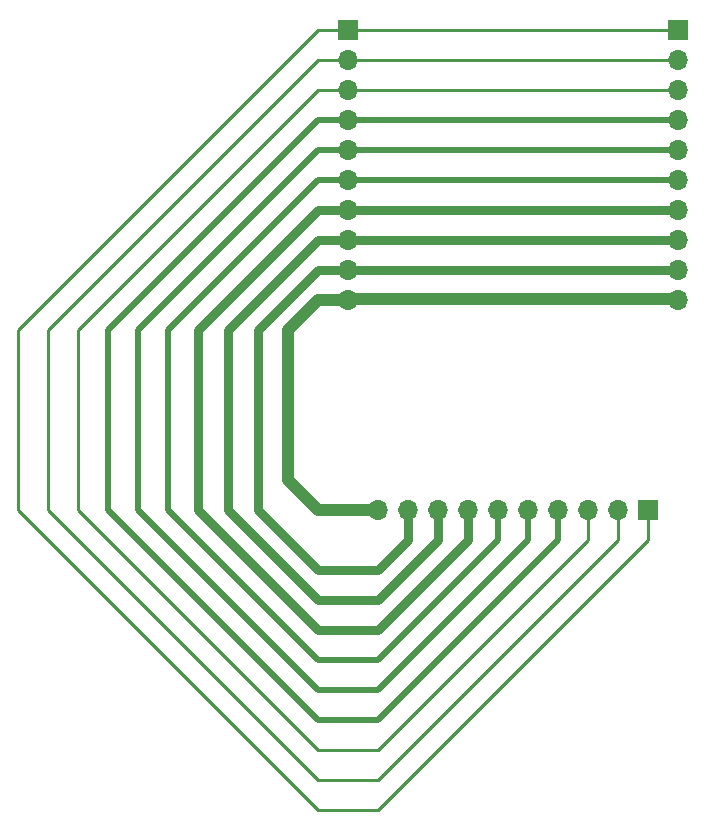
<source format=gbr>
%TF.GenerationSoftware,KiCad,Pcbnew,7.0.5*%
%TF.CreationDate,2023-12-21T11:30:12+11:00*%
%TF.ProjectId,test,74657374-2e6b-4696-9361-645f70636258,rev?*%
%TF.SameCoordinates,Original*%
%TF.FileFunction,Copper,L1,Top*%
%TF.FilePolarity,Positive*%
%FSLAX46Y46*%
G04 Gerber Fmt 4.6, Leading zero omitted, Abs format (unit mm)*
G04 Created by KiCad (PCBNEW 7.0.5) date 2023-12-21 11:30:12*
%MOMM*%
%LPD*%
G01*
G04 APERTURE LIST*
%TA.AperFunction,ComponentPad*%
%ADD10R,1.700000X1.700000*%
%TD*%
%TA.AperFunction,ComponentPad*%
%ADD11O,1.700000X1.700000*%
%TD*%
%TA.AperFunction,Conductor*%
%ADD12C,0.250000*%
%TD*%
%TA.AperFunction,Conductor*%
%ADD13C,1.000000*%
%TD*%
%TA.AperFunction,Conductor*%
%ADD14C,0.500000*%
%TD*%
%TA.AperFunction,Conductor*%
%ADD15C,0.750000*%
%TD*%
G04 APERTURE END LIST*
D10*
%TO.P,REF\u002A\u002A,1*%
%TO.N,N/C*%
X48260000Y-40640000D03*
D11*
%TO.P,REF\u002A\u002A,2*%
X48260000Y-43180000D03*
%TO.P,REF\u002A\u002A,3*%
X48260000Y-45720000D03*
%TO.P,REF\u002A\u002A,4*%
X48260000Y-48260000D03*
%TO.P,REF\u002A\u002A,5*%
X48260000Y-50800000D03*
%TO.P,REF\u002A\u002A,6*%
X48260000Y-53340000D03*
%TO.P,REF\u002A\u002A,7*%
X48260000Y-55880000D03*
%TO.P,REF\u002A\u002A,8*%
X48260000Y-58420000D03*
%TO.P,REF\u002A\u002A,9*%
X48260000Y-60960000D03*
%TO.P,REF\u002A\u002A,10*%
X48260000Y-63500000D03*
%TD*%
D10*
%TO.P,REF\u002A\u002A,1*%
%TO.N,N/C*%
X76200000Y-40640000D03*
D11*
%TO.P,REF\u002A\u002A,2*%
X76200000Y-43180000D03*
%TO.P,REF\u002A\u002A,3*%
X76200000Y-45720000D03*
%TO.P,REF\u002A\u002A,4*%
X76200000Y-48260000D03*
%TO.P,REF\u002A\u002A,5*%
X76200000Y-50800000D03*
%TO.P,REF\u002A\u002A,6*%
X76200000Y-53340000D03*
%TO.P,REF\u002A\u002A,7*%
X76200000Y-55880000D03*
%TO.P,REF\u002A\u002A,8*%
X76200000Y-58420000D03*
%TO.P,REF\u002A\u002A,9*%
X76200000Y-60960000D03*
%TO.P,REF\u002A\u002A,10*%
X76200000Y-63500000D03*
%TD*%
D10*
%TO.P,REF\u002A\u002A,1*%
%TO.N,N/C*%
X73660000Y-81280000D03*
D11*
%TO.P,REF\u002A\u002A,2*%
X71120000Y-81280000D03*
%TO.P,REF\u002A\u002A,3*%
X68580000Y-81280000D03*
%TO.P,REF\u002A\u002A,4*%
X66040000Y-81280000D03*
%TO.P,REF\u002A\u002A,5*%
X63500000Y-81280000D03*
%TO.P,REF\u002A\u002A,6*%
X60960000Y-81280000D03*
%TO.P,REF\u002A\u002A,7*%
X58420000Y-81280000D03*
%TO.P,REF\u002A\u002A,8*%
X55880000Y-81280000D03*
%TO.P,REF\u002A\u002A,9*%
X53340000Y-81280000D03*
%TO.P,REF\u002A\u002A,10*%
X50800000Y-81280000D03*
%TD*%
D12*
%TO.N,*%
X71120000Y-83820000D02*
X71120000Y-81280000D01*
X20320000Y-81280000D02*
X20320000Y-78740000D01*
D13*
X48260000Y-63500000D02*
X45720000Y-63500000D01*
D12*
X68580000Y-81280000D02*
X68580000Y-83820000D01*
D14*
X50800000Y-96520000D02*
X45720000Y-96520000D01*
D15*
X45720000Y-91440000D02*
X35560000Y-81280000D01*
X53340000Y-83820000D02*
X50800000Y-86360000D01*
D13*
X45720000Y-81280000D02*
X43180000Y-78740000D01*
D15*
X45720000Y-55880000D02*
X48260000Y-55880000D01*
D14*
X45720000Y-48260000D02*
X27940000Y-66040000D01*
D15*
X48260000Y-58420000D02*
X76200000Y-58420000D01*
D14*
X45720000Y-93980000D02*
X50800000Y-93980000D01*
D15*
X50800000Y-88900000D02*
X55880000Y-83820000D01*
X55880000Y-83820000D02*
X55880000Y-81280000D01*
D12*
X48260000Y-40640000D02*
X45720000Y-40640000D01*
D15*
X38100000Y-81280000D02*
X45720000Y-88900000D01*
D14*
X33020000Y-66040000D02*
X33020000Y-81280000D01*
D12*
X48260000Y-40640000D02*
X76200000Y-40640000D01*
D14*
X48260000Y-50800000D02*
X76200000Y-50800000D01*
X45720000Y-50800000D02*
X48260000Y-50800000D01*
D13*
X48285400Y-63474600D02*
X76174600Y-63474600D01*
D15*
X45720000Y-86360000D02*
X40640000Y-81280000D01*
D14*
X30480000Y-81280000D02*
X30480000Y-66040000D01*
D12*
X68580000Y-83820000D02*
X50800000Y-101600000D01*
D15*
X58420000Y-83820000D02*
X50800000Y-91440000D01*
X40640000Y-81280000D02*
X40640000Y-66040000D01*
D12*
X22860000Y-66040000D02*
X22860000Y-81280000D01*
X25400000Y-81280000D02*
X25400000Y-66040000D01*
X45720000Y-104140000D02*
X50800000Y-104140000D01*
D14*
X63500000Y-83820000D02*
X50800000Y-96520000D01*
X27940000Y-66040000D02*
X27940000Y-81280000D01*
X60960000Y-83820000D02*
X60960000Y-81280000D01*
D15*
X35560000Y-81280000D02*
X35560000Y-66040000D01*
D13*
X48260000Y-63500000D02*
X48285400Y-63474600D01*
D14*
X48260000Y-53340000D02*
X76200000Y-53340000D01*
D12*
X22860000Y-81280000D02*
X45720000Y-104140000D01*
D13*
X43180000Y-66040000D02*
X43180000Y-78740000D01*
D12*
X48260000Y-45720000D02*
X76200000Y-45720000D01*
D15*
X40640000Y-66040000D02*
X45720000Y-60960000D01*
X45720000Y-58420000D02*
X38100000Y-66040000D01*
D14*
X27940000Y-81280000D02*
X45720000Y-99060000D01*
X45720000Y-53340000D02*
X33020000Y-66040000D01*
X63500000Y-81280000D02*
X63500000Y-83820000D01*
X48260000Y-48260000D02*
X45720000Y-48260000D01*
D13*
X45720000Y-63500000D02*
X43180000Y-66040000D01*
D12*
X73660000Y-83820000D02*
X50800000Y-106680000D01*
X45720000Y-45720000D02*
X48260000Y-45720000D01*
D14*
X48260000Y-53340000D02*
X45720000Y-53340000D01*
D12*
X45720000Y-106680000D02*
X20320000Y-81280000D01*
D14*
X66040000Y-83820000D02*
X66040000Y-81280000D01*
D15*
X53340000Y-81280000D02*
X53340000Y-83820000D01*
D12*
X48260000Y-43180000D02*
X76200000Y-43180000D01*
D14*
X45720000Y-99060000D02*
X50800000Y-99060000D01*
X45720000Y-96520000D02*
X30480000Y-81280000D01*
D12*
X73660000Y-81280000D02*
X73660000Y-83820000D01*
X50800000Y-104140000D02*
X71120000Y-83820000D01*
D15*
X48260000Y-60960000D02*
X76200000Y-60960000D01*
D12*
X45720000Y-101600000D02*
X25400000Y-81280000D01*
D15*
X45720000Y-60960000D02*
X48260000Y-60960000D01*
X38100000Y-66040000D02*
X38100000Y-81280000D01*
X48260000Y-55880000D02*
X76200000Y-55880000D01*
X58420000Y-81280000D02*
X58420000Y-83820000D01*
X45720000Y-88900000D02*
X50800000Y-88900000D01*
D12*
X20320000Y-66040000D02*
X20320000Y-78740000D01*
D13*
X76174600Y-63474600D02*
X76200000Y-63500000D01*
D14*
X50800000Y-93980000D02*
X60960000Y-83820000D01*
D12*
X45720000Y-40640000D02*
X20320000Y-66040000D01*
D15*
X50800000Y-86360000D02*
X45720000Y-86360000D01*
D14*
X48260000Y-48260000D02*
X76200000Y-48260000D01*
D15*
X48260000Y-58420000D02*
X45720000Y-58420000D01*
D12*
X25400000Y-66040000D02*
X45720000Y-45720000D01*
D15*
X35560000Y-66040000D02*
X45720000Y-55880000D01*
D14*
X30480000Y-66040000D02*
X45720000Y-50800000D01*
D13*
X50800000Y-81280000D02*
X45720000Y-81280000D01*
D12*
X50800000Y-101600000D02*
X45720000Y-101600000D01*
D14*
X50800000Y-99060000D02*
X66040000Y-83820000D01*
D12*
X48260000Y-43180000D02*
X45720000Y-43180000D01*
X45720000Y-43180000D02*
X22860000Y-66040000D01*
X50800000Y-106680000D02*
X45720000Y-106680000D01*
D14*
X33020000Y-81280000D02*
X45720000Y-93980000D01*
D15*
X50800000Y-91440000D02*
X45720000Y-91440000D01*
%TD*%
M02*

</source>
